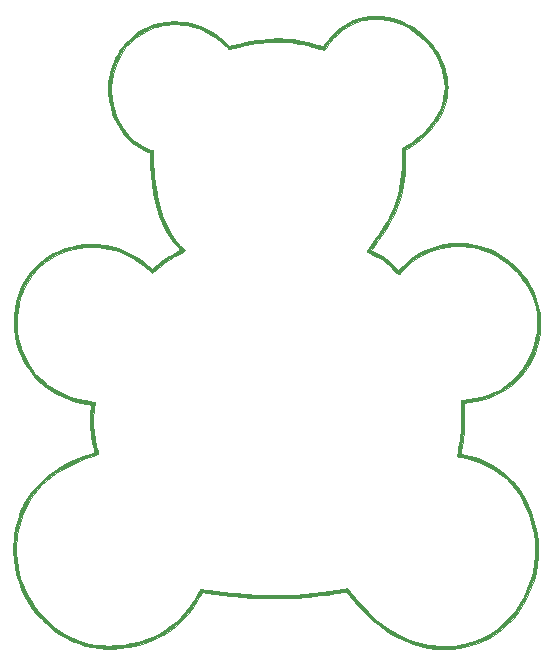
<source format=gbr>
G04 #@! TF.FileFunction,Profile,NP*
%FSLAX46Y46*%
G04 Gerber Fmt 4.6, Leading zero omitted, Abs format (unit mm)*
G04 Created by KiCad (PCBNEW 4.0.7) date 05/04/18 14:02:44*
%MOMM*%
%LPD*%
G01*
G04 APERTURE LIST*
%ADD10C,0.076200*%
%ADD11C,0.010000*%
G04 APERTURE END LIST*
D10*
D11*
G36*
X144753017Y-53593586D02*
X145247175Y-53664348D01*
X145743116Y-53783312D01*
X146238789Y-53950655D01*
X146732146Y-54166554D01*
X146880151Y-54241212D01*
X147319548Y-54493944D01*
X147749920Y-54788442D01*
X148161829Y-55116977D01*
X148545835Y-55471818D01*
X148892498Y-55845236D01*
X149005436Y-55981600D01*
X149321469Y-56410261D01*
X149598625Y-56858000D01*
X149835430Y-57320631D01*
X150030406Y-57793967D01*
X150182080Y-58273824D01*
X150288977Y-58756016D01*
X150349620Y-59236358D01*
X150362536Y-59710665D01*
X150358495Y-59820594D01*
X150308343Y-60332692D01*
X150209099Y-60832304D01*
X150061004Y-61319071D01*
X149864295Y-61792634D01*
X149619214Y-62252637D01*
X149325998Y-62698721D01*
X148984887Y-63130528D01*
X148596122Y-63547701D01*
X148159940Y-63949881D01*
X147676581Y-64336711D01*
X147146286Y-64707832D01*
X147047316Y-64772009D01*
X146794187Y-64934297D01*
X146778156Y-65722098D01*
X146758328Y-66319558D01*
X146722777Y-66881684D01*
X146669750Y-67413443D01*
X146597494Y-67919805D01*
X146504257Y-68405738D01*
X146388284Y-68876212D01*
X146247824Y-69336194D01*
X146081124Y-69790654D01*
X145886431Y-70244559D01*
X145661992Y-70702879D01*
X145406053Y-71170582D01*
X145116863Y-71652638D01*
X144792669Y-72154013D01*
X144431716Y-72679679D01*
X144217766Y-72979733D01*
X143893109Y-73429766D01*
X144165104Y-73573675D01*
X144348178Y-73670749D01*
X144494201Y-73748867D01*
X144611156Y-73812580D01*
X144707024Y-73866440D01*
X144789788Y-73915000D01*
X144867430Y-73962812D01*
X144947933Y-74014429D01*
X145014954Y-74058354D01*
X145150832Y-74156088D01*
X145311876Y-74287085D01*
X145500385Y-74453308D01*
X145718664Y-74656720D01*
X145733678Y-74671028D01*
X146204747Y-75120500D01*
X146578223Y-74751597D01*
X147010772Y-74356495D01*
X147461960Y-74007881D01*
X147933617Y-73704850D01*
X148427575Y-73446495D01*
X148945667Y-73231908D01*
X149489723Y-73060183D01*
X150061576Y-72930413D01*
X150355300Y-72881449D01*
X150521120Y-72862666D01*
X150724434Y-72848690D01*
X150953844Y-72839530D01*
X151197951Y-72835193D01*
X151445355Y-72835687D01*
X151684657Y-72841020D01*
X151904458Y-72851200D01*
X152093360Y-72866235D01*
X152204551Y-72880180D01*
X152805188Y-72997724D01*
X153385414Y-73161619D01*
X153944565Y-73371576D01*
X154481979Y-73627306D01*
X154996996Y-73928520D01*
X155488951Y-74274930D01*
X155600400Y-74362269D01*
X155748645Y-74486949D01*
X155917877Y-74639448D01*
X156096563Y-74808555D01*
X156273171Y-74983061D01*
X156436172Y-75151754D01*
X156574033Y-75303424D01*
X156602397Y-75336400D01*
X156971248Y-75808334D01*
X157293065Y-76299424D01*
X157568005Y-76810012D01*
X157796221Y-77340441D01*
X157977869Y-77891053D01*
X158113103Y-78462192D01*
X158170407Y-78803500D01*
X158183775Y-78932625D01*
X158193526Y-79100852D01*
X158199663Y-79296608D01*
X158202189Y-79508325D01*
X158201107Y-79724431D01*
X158196420Y-79933357D01*
X158188131Y-80123531D01*
X158176244Y-80283384D01*
X158169991Y-80340200D01*
X158069974Y-80944743D01*
X157923989Y-81532286D01*
X157733047Y-82100278D01*
X157498163Y-82646172D01*
X157220348Y-83167417D01*
X156900616Y-83661465D01*
X156790551Y-83812154D01*
X156672146Y-83960419D01*
X156526724Y-84128052D01*
X156364461Y-84304443D01*
X156195534Y-84478987D01*
X156030120Y-84641077D01*
X155878396Y-84780105D01*
X155791428Y-84853494D01*
X155336214Y-85187783D01*
X154851309Y-85481465D01*
X154338455Y-85733840D01*
X153799392Y-85944207D01*
X153235862Y-86111868D01*
X152649607Y-86236121D01*
X152189053Y-86301190D01*
X151797780Y-86344967D01*
X151782465Y-87451033D01*
X151776063Y-87830715D01*
X151767595Y-88167110D01*
X151756396Y-88467711D01*
X151741799Y-88740012D01*
X151723138Y-88991507D01*
X151699748Y-89229688D01*
X151670961Y-89462050D01*
X151636111Y-89696086D01*
X151594533Y-89939290D01*
X151545561Y-90199154D01*
X151532080Y-90267624D01*
X151506928Y-90402281D01*
X151488010Y-90519282D01*
X151476543Y-90609673D01*
X151473742Y-90664501D01*
X151476544Y-90676455D01*
X151509756Y-90689614D01*
X151580418Y-90708802D01*
X151676034Y-90730782D01*
X151726900Y-90741328D01*
X152321780Y-90883452D01*
X152904049Y-91068190D01*
X153468132Y-91293056D01*
X154008456Y-91555568D01*
X154519449Y-91853242D01*
X154995536Y-92183593D01*
X155040929Y-92218268D01*
X155208417Y-92354901D01*
X155394210Y-92519283D01*
X155587535Y-92700885D01*
X155777621Y-92889177D01*
X155953698Y-93073630D01*
X156104993Y-93243715D01*
X156167599Y-93319600D01*
X156474201Y-93733355D01*
X156761792Y-94179924D01*
X157019802Y-94642030D01*
X157185444Y-94983769D01*
X157427070Y-95570585D01*
X157629930Y-96173987D01*
X157792849Y-96787815D01*
X157914647Y-97405903D01*
X157994148Y-98022091D01*
X158030173Y-98630214D01*
X158021545Y-99224111D01*
X158015317Y-99326700D01*
X157945241Y-100006449D01*
X157828838Y-100669952D01*
X157666933Y-101315349D01*
X157460347Y-101940784D01*
X157209905Y-102544398D01*
X156916429Y-103124336D01*
X156580742Y-103678738D01*
X156203667Y-104205747D01*
X155786028Y-104703506D01*
X155499591Y-105004106D01*
X155038695Y-105430156D01*
X154553768Y-105811464D01*
X154045147Y-106147860D01*
X153513169Y-106439176D01*
X152958172Y-106685242D01*
X152380491Y-106885891D01*
X151780465Y-107040952D01*
X151237311Y-107139112D01*
X151112947Y-107153687D01*
X150951414Y-107167236D01*
X150762733Y-107179407D01*
X150556924Y-107189849D01*
X150344009Y-107198209D01*
X150134008Y-107204136D01*
X149936943Y-107207278D01*
X149762835Y-107207284D01*
X149621703Y-107203802D01*
X149542500Y-107198590D01*
X149321176Y-107176606D01*
X149141049Y-107157804D01*
X148992698Y-107141041D01*
X148866703Y-107125173D01*
X148753645Y-107109057D01*
X148644104Y-107091550D01*
X148602700Y-107084511D01*
X147997430Y-106956390D01*
X147401486Y-106782000D01*
X146814248Y-106560922D01*
X146235097Y-106292740D01*
X145663412Y-105977034D01*
X145098574Y-105613387D01*
X144539965Y-105201380D01*
X143986963Y-104740596D01*
X143438950Y-104230617D01*
X142895305Y-103671024D01*
X142355410Y-103061400D01*
X141998635Y-102628700D01*
X141902268Y-102511151D01*
X141830461Y-102430182D01*
X141778316Y-102380982D01*
X141740936Y-102358744D01*
X141721476Y-102356566D01*
X141685573Y-102361634D01*
X141604935Y-102373103D01*
X141485115Y-102390182D01*
X141331667Y-102412078D01*
X141150144Y-102437999D01*
X140946099Y-102467150D01*
X140725085Y-102498741D01*
X140614400Y-102514568D01*
X140049651Y-102593606D01*
X139528318Y-102662713D01*
X139044096Y-102722367D01*
X138590679Y-102773047D01*
X138161759Y-102815230D01*
X137751033Y-102849396D01*
X137352193Y-102876021D01*
X136958934Y-102895585D01*
X136564950Y-102908566D01*
X136163936Y-102915441D01*
X135749584Y-102916690D01*
X135356600Y-102913353D01*
X134961998Y-102906588D01*
X134593315Y-102896770D01*
X134241035Y-102883280D01*
X133895647Y-102865497D01*
X133547636Y-102842802D01*
X133187490Y-102814573D01*
X132805696Y-102780191D01*
X132392740Y-102739035D01*
X131940300Y-102690616D01*
X131757769Y-102670075D01*
X131551923Y-102646093D01*
X131329308Y-102619503D01*
X131096470Y-102591136D01*
X130859957Y-102561826D01*
X130626313Y-102532406D01*
X130402087Y-102503709D01*
X130193825Y-102476567D01*
X130008073Y-102451813D01*
X129851377Y-102430279D01*
X129730284Y-102412799D01*
X129651341Y-102400206D01*
X129638182Y-102397767D01*
X129607306Y-102395091D01*
X129580417Y-102405656D01*
X129551285Y-102436804D01*
X129513681Y-102495877D01*
X129461378Y-102590217D01*
X129438045Y-102633675D01*
X129096049Y-103225969D01*
X128726349Y-103775855D01*
X128328533Y-104283770D01*
X127902189Y-104750153D01*
X127446907Y-105175440D01*
X126962275Y-105560068D01*
X126447881Y-105904476D01*
X126254656Y-106019091D01*
X125709927Y-106303717D01*
X125136995Y-106548373D01*
X124535017Y-106753291D01*
X123903147Y-106918705D01*
X123240542Y-107044847D01*
X122546355Y-107131951D01*
X122093686Y-107166812D01*
X121473289Y-107178549D01*
X120859288Y-107140296D01*
X120253554Y-107052658D01*
X119657954Y-106916244D01*
X119074358Y-106731660D01*
X118504635Y-106499513D01*
X117950654Y-106220409D01*
X117414283Y-105894957D01*
X116897392Y-105523763D01*
X116801560Y-105448131D01*
X116617075Y-105292876D01*
X116413250Y-105108523D01*
X116201580Y-104906348D01*
X115993559Y-104697624D01*
X115800682Y-104493627D01*
X115634442Y-104305632D01*
X115623222Y-104292317D01*
X115221794Y-103775963D01*
X114862037Y-103234276D01*
X114544920Y-102670236D01*
X114271416Y-102086822D01*
X114042495Y-101487013D01*
X113859128Y-100873788D01*
X113722286Y-100250128D01*
X113632940Y-99619010D01*
X113594188Y-99016458D01*
X113846388Y-99016458D01*
X113889081Y-99629969D01*
X113977756Y-100236037D01*
X114110912Y-100832112D01*
X114287050Y-101415647D01*
X114504669Y-101984092D01*
X114762270Y-102534900D01*
X115058353Y-103065520D01*
X115391417Y-103573405D01*
X115759964Y-104056005D01*
X116162493Y-104510773D01*
X116597504Y-104935159D01*
X117063497Y-105326615D01*
X117558973Y-105682591D01*
X118082432Y-106000541D01*
X118632373Y-106277913D01*
X118999118Y-106433582D01*
X119512569Y-106614416D01*
X120028120Y-106751839D01*
X120554026Y-106847382D01*
X121098541Y-106902577D01*
X121615200Y-106919029D01*
X122287427Y-106898080D01*
X122948051Y-106833576D01*
X123593757Y-106726412D01*
X124221227Y-106577480D01*
X124827145Y-106387673D01*
X125408196Y-106157884D01*
X125961063Y-105889006D01*
X126410655Y-105627695D01*
X126903694Y-105287636D01*
X127370946Y-104904877D01*
X127810529Y-104481544D01*
X128220557Y-104019763D01*
X128599147Y-103521659D01*
X128944414Y-102989359D01*
X129254475Y-102424988D01*
X129261386Y-102411230D01*
X129323695Y-102288030D01*
X129368826Y-102203638D01*
X129401958Y-102151244D01*
X129428268Y-102124038D01*
X129452932Y-102115211D01*
X129481129Y-102117954D01*
X129483937Y-102118519D01*
X129539189Y-102127916D01*
X129637842Y-102142702D01*
X129772892Y-102161944D01*
X129937335Y-102184711D01*
X130124168Y-102210070D01*
X130326385Y-102237087D01*
X130536984Y-102264830D01*
X130748961Y-102292366D01*
X130955310Y-102318764D01*
X131149029Y-102343089D01*
X131323114Y-102364410D01*
X131394200Y-102372896D01*
X131977375Y-102439436D01*
X132520718Y-102496321D01*
X133034096Y-102544419D01*
X133527375Y-102584598D01*
X134010421Y-102617728D01*
X134467600Y-102643400D01*
X134653064Y-102650678D01*
X134876347Y-102656053D01*
X135129540Y-102659594D01*
X135404733Y-102661368D01*
X135694019Y-102661441D01*
X135989490Y-102659882D01*
X136283237Y-102656757D01*
X136567352Y-102652133D01*
X136833926Y-102646078D01*
X137075051Y-102638658D01*
X137282818Y-102629942D01*
X137449320Y-102619996D01*
X137477500Y-102617823D01*
X138198385Y-102553303D01*
X138947243Y-102474706D01*
X139703967Y-102384357D01*
X140448451Y-102284583D01*
X140797689Y-102233707D01*
X140977718Y-102206838D01*
X141163039Y-102179336D01*
X141339499Y-102153289D01*
X141492946Y-102130787D01*
X141601951Y-102114966D01*
X141891003Y-102073374D01*
X141943103Y-102144895D01*
X142003781Y-102225123D01*
X142090025Y-102335017D01*
X142194481Y-102465554D01*
X142309799Y-102607707D01*
X142428625Y-102752454D01*
X142543607Y-102890767D01*
X142647393Y-103013624D01*
X142709711Y-103085900D01*
X143248925Y-103676727D01*
X143791486Y-104217174D01*
X144337891Y-104707580D01*
X144888640Y-105148286D01*
X145444229Y-105539631D01*
X146005157Y-105881954D01*
X146571922Y-106175597D01*
X147145021Y-106420898D01*
X147724953Y-106618197D01*
X147996869Y-106693630D01*
X148357754Y-106778070D01*
X148727445Y-106846736D01*
X149119865Y-106901903D01*
X149529800Y-106944179D01*
X149630044Y-106949287D01*
X149770952Y-106951374D01*
X149942496Y-106950741D01*
X150134646Y-106947684D01*
X150337376Y-106942505D01*
X150540657Y-106935502D01*
X150734461Y-106926973D01*
X150908760Y-106917219D01*
X151053526Y-106906539D01*
X151155400Y-106895692D01*
X151752605Y-106788863D01*
X152332501Y-106634983D01*
X152893382Y-106435344D01*
X153433540Y-106191239D01*
X153951270Y-105903962D01*
X154444866Y-105574804D01*
X154912621Y-105205060D01*
X155352828Y-104796022D01*
X155763783Y-104348983D01*
X156143777Y-103865235D01*
X156491105Y-103346073D01*
X156804061Y-102792787D01*
X156944631Y-102509010D01*
X157204756Y-101900693D01*
X157416478Y-101278482D01*
X157579499Y-100644814D01*
X157693519Y-100002124D01*
X157758240Y-99352850D01*
X157773362Y-98699427D01*
X157738588Y-98044292D01*
X157653617Y-97389880D01*
X157604991Y-97126283D01*
X157452930Y-96477739D01*
X157262941Y-95859032D01*
X157035720Y-95271243D01*
X156771967Y-94715452D01*
X156472381Y-94192741D01*
X156137660Y-93704188D01*
X155768503Y-93250874D01*
X155365609Y-92833881D01*
X154929676Y-92454287D01*
X154461404Y-92113173D01*
X154292300Y-92004505D01*
X153868643Y-91763820D01*
X153406962Y-91543242D01*
X152917354Y-91346597D01*
X152409915Y-91177709D01*
X151894740Y-91040402D01*
X151561800Y-90970143D01*
X151429583Y-90945052D01*
X151314217Y-90922841D01*
X151225370Y-90905396D01*
X151172709Y-90894602D01*
X151163683Y-90892499D01*
X151149365Y-90873853D01*
X151151414Y-90824519D01*
X151169982Y-90736689D01*
X151206475Y-90578200D01*
X151247041Y-90386459D01*
X151289086Y-90175216D01*
X151330018Y-89958217D01*
X151367246Y-89749214D01*
X151398176Y-89561955D01*
X151420217Y-89410188D01*
X151420499Y-89408000D01*
X151441415Y-89240216D01*
X151459122Y-89084475D01*
X151473963Y-88934141D01*
X151486282Y-88782573D01*
X151496420Y-88623135D01*
X151504723Y-88449188D01*
X151511531Y-88254095D01*
X151517190Y-88031216D01*
X151522041Y-87773914D01*
X151526429Y-87475551D01*
X151528416Y-87320241D01*
X151543381Y-86108783D01*
X151673240Y-86096046D01*
X151753232Y-86088244D01*
X151866771Y-86077225D01*
X151996838Y-86064640D01*
X152091614Y-86055492D01*
X152674861Y-85976104D01*
X153237528Y-85852906D01*
X153777720Y-85686858D01*
X154293541Y-85478916D01*
X154783093Y-85230038D01*
X155244480Y-84941180D01*
X155675807Y-84613302D01*
X156075177Y-84247359D01*
X156418683Y-83870800D01*
X156738812Y-83449767D01*
X157026233Y-82994179D01*
X157278943Y-82509949D01*
X157494939Y-82002991D01*
X157672218Y-81479220D01*
X157808777Y-80944551D01*
X157902613Y-80404896D01*
X157951723Y-79866172D01*
X157954210Y-79336900D01*
X157906942Y-78795539D01*
X157810039Y-78259341D01*
X157664613Y-77731215D01*
X157471779Y-77214070D01*
X157232650Y-76710815D01*
X156948341Y-76224359D01*
X156619966Y-75757612D01*
X156548875Y-75666600D01*
X156444902Y-75543144D01*
X156311904Y-75396366D01*
X156159089Y-75235488D01*
X155995663Y-75069729D01*
X155830834Y-74908312D01*
X155673808Y-74760456D01*
X155533794Y-74635383D01*
X155448000Y-74564070D01*
X155003690Y-74239337D01*
X154532761Y-73948022D01*
X154044103Y-73694917D01*
X153546608Y-73484811D01*
X153260638Y-73385536D01*
X152865702Y-73271163D01*
X152484548Y-73186340D01*
X152099546Y-73128056D01*
X151693066Y-73093298D01*
X151498300Y-73084526D01*
X150915540Y-73089008D01*
X150346112Y-73142280D01*
X149791202Y-73243930D01*
X149251997Y-73393543D01*
X148729686Y-73590704D01*
X148225454Y-73835000D01*
X147740489Y-74126017D01*
X147275979Y-74463340D01*
X147078156Y-74626517D01*
X146972848Y-74720286D01*
X146852502Y-74833218D01*
X146725445Y-74956905D01*
X146600000Y-75082939D01*
X146484493Y-75202912D01*
X146387250Y-75308416D01*
X146316596Y-75391042D01*
X146300457Y-75411959D01*
X146257313Y-75462020D01*
X146223074Y-75487844D01*
X146218398Y-75488800D01*
X146194600Y-75471591D01*
X146139545Y-75422915D01*
X146057925Y-75347201D01*
X145954432Y-75248873D01*
X145833759Y-75132359D01*
X145700597Y-75002086D01*
X145658025Y-74960104D01*
X145477667Y-74783416D01*
X145321245Y-74634820D01*
X145180660Y-74508465D01*
X145047809Y-74398499D01*
X144914591Y-74299072D01*
X144772906Y-74204333D01*
X144614651Y-74108431D01*
X144431725Y-74005516D01*
X144216028Y-73889735D01*
X144068800Y-73812333D01*
X143916993Y-73732836D01*
X143780961Y-73661486D01*
X143666907Y-73601544D01*
X143581029Y-73556274D01*
X143529529Y-73528935D01*
X143517223Y-73522191D01*
X143530014Y-73501385D01*
X143568868Y-73445188D01*
X143629812Y-73359177D01*
X143708873Y-73248930D01*
X143802077Y-73120024D01*
X143881349Y-73011056D01*
X144227702Y-72528110D01*
X144539363Y-72076005D01*
X144818608Y-71650737D01*
X145067713Y-71248303D01*
X145288954Y-70864701D01*
X145484605Y-70495926D01*
X145656942Y-70137975D01*
X145808240Y-69786845D01*
X145940775Y-69438533D01*
X145985915Y-69308380D01*
X146142512Y-68791522D01*
X146272126Y-68246521D01*
X146375164Y-67670437D01*
X146452030Y-67060328D01*
X146503134Y-66413255D01*
X146528879Y-65726276D01*
X146532380Y-65354200D01*
X146532651Y-64782700D01*
X146660089Y-64711124D01*
X146773266Y-64643774D01*
X146915859Y-64553185D01*
X147076821Y-64446834D01*
X147245106Y-64332197D01*
X147409667Y-64216751D01*
X147559458Y-64107973D01*
X147632830Y-64052712D01*
X148088708Y-63677634D01*
X148500525Y-63284938D01*
X148867447Y-62875847D01*
X149188637Y-62451586D01*
X149463261Y-62013378D01*
X149690485Y-61562448D01*
X149869473Y-61100018D01*
X149999390Y-60627314D01*
X150012884Y-60563944D01*
X150084601Y-60091300D01*
X150107374Y-59614832D01*
X150082616Y-59137409D01*
X150011740Y-58661895D01*
X149896160Y-58191159D01*
X149737289Y-57728066D01*
X149536540Y-57275485D01*
X149295326Y-56836281D01*
X149015061Y-56413322D01*
X148697158Y-56009474D01*
X148343031Y-55627605D01*
X147954092Y-55270581D01*
X147531755Y-54941269D01*
X147100735Y-54656610D01*
X146641082Y-54403843D01*
X146170973Y-54196050D01*
X145693605Y-54033795D01*
X145212173Y-53917641D01*
X144729876Y-53848150D01*
X144249908Y-53825886D01*
X143775468Y-53851413D01*
X143309752Y-53925293D01*
X143154400Y-53961417D01*
X142703021Y-54101162D01*
X142265781Y-54288958D01*
X141844218Y-54523645D01*
X141439871Y-54804060D01*
X141054279Y-55129042D01*
X140688980Y-55497430D01*
X140345514Y-55908063D01*
X140073922Y-56286400D01*
X140016709Y-56371621D01*
X139970912Y-56439423D01*
X139943333Y-56479756D01*
X139938598Y-56486364D01*
X139913075Y-56482363D01*
X139845490Y-56466081D01*
X139742599Y-56439304D01*
X139611153Y-56403815D01*
X139457906Y-56361401D01*
X139339168Y-56327946D01*
X138899803Y-56206393D01*
X138499242Y-56102433D01*
X138129332Y-56014289D01*
X137781917Y-55940178D01*
X137448843Y-55878322D01*
X137121953Y-55826939D01*
X136918700Y-55799546D01*
X136776162Y-55786347D01*
X136593246Y-55776812D01*
X136380235Y-55770869D01*
X136147414Y-55768448D01*
X135905066Y-55769477D01*
X135663476Y-55773885D01*
X135432927Y-55781600D01*
X135223704Y-55792551D01*
X135046090Y-55806667D01*
X134988300Y-55812933D01*
X134593658Y-55864974D01*
X134160702Y-55931208D01*
X133699344Y-56009859D01*
X133219493Y-56099151D01*
X132731063Y-56197309D01*
X132243962Y-56302556D01*
X132198884Y-56312686D01*
X132072931Y-56340523D01*
X131963248Y-56363715D01*
X131880160Y-56380153D01*
X131833992Y-56387731D01*
X131829836Y-56388000D01*
X131800050Y-56371199D01*
X131741380Y-56324928D01*
X131661114Y-56255386D01*
X131566540Y-56168771D01*
X131518619Y-56123349D01*
X131092218Y-55742051D01*
X130654257Y-55403637D01*
X130207248Y-55109560D01*
X129753697Y-54861273D01*
X129296116Y-54660231D01*
X128837014Y-54507885D01*
X128644987Y-54458921D01*
X128270436Y-54388553D01*
X127865270Y-54342166D01*
X127443597Y-54319972D01*
X127019522Y-54322180D01*
X126607152Y-54349001D01*
X126220594Y-54400646D01*
X126111319Y-54421102D01*
X125629828Y-54543528D01*
X125164674Y-54712647D01*
X124718631Y-54926196D01*
X124294472Y-55181913D01*
X123894969Y-55477534D01*
X123522896Y-55810798D01*
X123181027Y-56179441D01*
X122872134Y-56581201D01*
X122598991Y-57013815D01*
X122364371Y-57475020D01*
X122362034Y-57480200D01*
X122165675Y-57976240D01*
X122019179Y-58481477D01*
X121922563Y-58995314D01*
X121875842Y-59517155D01*
X121879034Y-60046405D01*
X121932155Y-60582466D01*
X122035219Y-61124742D01*
X122188245Y-61672638D01*
X122243299Y-61836300D01*
X122312096Y-62016787D01*
X122399562Y-62221385D01*
X122499023Y-62436277D01*
X122603809Y-62647646D01*
X122707245Y-62841676D01*
X122802659Y-63004550D01*
X122822701Y-63036047D01*
X123104681Y-63427727D01*
X123418850Y-63784531D01*
X123762112Y-64104018D01*
X124131368Y-64383745D01*
X124523522Y-64621270D01*
X124935476Y-64814150D01*
X125199666Y-64910307D01*
X125418632Y-64981531D01*
X125434435Y-65148815D01*
X125440030Y-65234211D01*
X125444786Y-65356548D01*
X125448315Y-65501968D01*
X125450230Y-65656615D01*
X125450461Y-65722500D01*
X125459536Y-66188730D01*
X125485293Y-66685004D01*
X125526265Y-67196443D01*
X125580984Y-67708170D01*
X125647981Y-68205308D01*
X125725790Y-68672978D01*
X125758100Y-68840933D01*
X125906315Y-69492333D01*
X126082073Y-70103365D01*
X126286576Y-70677099D01*
X126521028Y-71216605D01*
X126786630Y-71724953D01*
X127063752Y-72174100D01*
X127234783Y-72423798D01*
X127395949Y-72642581D01*
X127559149Y-72845436D01*
X127736281Y-73047348D01*
X127876240Y-73197526D01*
X127972540Y-73299217D01*
X128037901Y-73370633D01*
X128076438Y-73418267D01*
X128092266Y-73448609D01*
X128089501Y-73468151D01*
X128072259Y-73483386D01*
X128061698Y-73490056D01*
X127954839Y-73554670D01*
X127814522Y-73637469D01*
X127651754Y-73732070D01*
X127477541Y-73832092D01*
X127302890Y-73931152D01*
X127241300Y-73965757D01*
X127029752Y-74087106D01*
X126833968Y-74206083D01*
X126646639Y-74327999D01*
X126460456Y-74458165D01*
X126268111Y-74601892D01*
X126062294Y-74764492D01*
X125835698Y-74951275D01*
X125581013Y-75167553D01*
X125545607Y-75197986D01*
X125348515Y-75367592D01*
X125155454Y-75193246D01*
X124673278Y-74783163D01*
X124188670Y-74422385D01*
X123698660Y-74109419D01*
X123200280Y-73842771D01*
X122690559Y-73620948D01*
X122166528Y-73442459D01*
X121625218Y-73305809D01*
X121270012Y-73239890D01*
X120759610Y-73181245D01*
X120230870Y-73165152D01*
X119691725Y-73190688D01*
X119150110Y-73256929D01*
X118613961Y-73362948D01*
X118091211Y-73507822D01*
X117665500Y-73659963D01*
X117183364Y-73878440D01*
X116726500Y-74139327D01*
X116296762Y-74439953D01*
X115896005Y-74777646D01*
X115526082Y-75149736D01*
X115188848Y-75553553D01*
X114886156Y-75986425D01*
X114619862Y-76445681D01*
X114391819Y-76928650D01*
X114203881Y-77432662D01*
X114057903Y-77955047D01*
X113955738Y-78493132D01*
X113899242Y-79044247D01*
X113896757Y-79088701D01*
X113889559Y-79688415D01*
X113931654Y-80276010D01*
X114023203Y-80852283D01*
X114164369Y-81418030D01*
X114355311Y-81974046D01*
X114591681Y-82511900D01*
X114856119Y-83005153D01*
X115149557Y-83458814D01*
X115475605Y-83877290D01*
X115837877Y-84264991D01*
X116239984Y-84626326D01*
X116478067Y-84814389D01*
X116922721Y-85120284D01*
X117405133Y-85395168D01*
X117921803Y-85637666D01*
X118469231Y-85846402D01*
X119043917Y-86020004D01*
X119642361Y-86157095D01*
X120091200Y-86233181D01*
X120223612Y-86252715D01*
X120338770Y-86270298D01*
X120426984Y-86284404D01*
X120478564Y-86293508D01*
X120486869Y-86295440D01*
X120495692Y-86322961D01*
X120491497Y-86396457D01*
X120474175Y-86517088D01*
X120456462Y-86617871D01*
X120394088Y-87032562D01*
X120358392Y-87460050D01*
X120348488Y-87913214D01*
X120352372Y-88134594D01*
X120394579Y-88786387D01*
X120483471Y-89420669D01*
X120619657Y-90041316D01*
X120692245Y-90302720D01*
X120727469Y-90424946D01*
X120756917Y-90532688D01*
X120777679Y-90614902D01*
X120786847Y-90660545D01*
X120787004Y-90662477D01*
X120781160Y-90681575D01*
X120757584Y-90702185D01*
X120710447Y-90726862D01*
X120633920Y-90758162D01*
X120522174Y-90798640D01*
X120369379Y-90850850D01*
X120317766Y-90868147D01*
X119751932Y-91069794D01*
X119196275Y-91292473D01*
X118657788Y-91532759D01*
X118143463Y-91787226D01*
X117660292Y-92052449D01*
X117215268Y-92325002D01*
X116888409Y-92548181D01*
X116410387Y-92919055D01*
X115975465Y-93312848D01*
X115582828Y-93730988D01*
X115231663Y-94174901D01*
X114921154Y-94646016D01*
X114650487Y-95145761D01*
X114418848Y-95675562D01*
X114225423Y-96236847D01*
X114069396Y-96831043D01*
X113949954Y-97459579D01*
X113904944Y-97777300D01*
X113851176Y-98398052D01*
X113846388Y-99016458D01*
X113594188Y-99016458D01*
X113592062Y-98983415D01*
X113600621Y-98346323D01*
X113614939Y-98130238D01*
X113675393Y-97581506D01*
X113768123Y-97031349D01*
X113890424Y-96491776D01*
X114039594Y-95974795D01*
X114203265Y-95516700D01*
X114289316Y-95315229D01*
X114396885Y-95088110D01*
X114517842Y-94850942D01*
X114644053Y-94619324D01*
X114767385Y-94408855D01*
X114843243Y-94289131D01*
X115180703Y-93822297D01*
X115562448Y-93378349D01*
X115988780Y-92957034D01*
X116459999Y-92558096D01*
X116976406Y-92181281D01*
X117538303Y-91826335D01*
X118145990Y-91493001D01*
X118148100Y-91491922D01*
X118513745Y-91313392D01*
X118912462Y-91133696D01*
X119327199Y-90959912D01*
X119740899Y-90799116D01*
X120136510Y-90658384D01*
X120237822Y-90624806D01*
X120356589Y-90584458D01*
X120432883Y-90553821D01*
X120473321Y-90529549D01*
X120484523Y-90508294D01*
X120482766Y-90500960D01*
X120471194Y-90463718D01*
X120449863Y-90386763D01*
X120421341Y-90279663D01*
X120388196Y-90151988D01*
X120370102Y-90081100D01*
X120275412Y-89665026D01*
X120196353Y-89230075D01*
X120137114Y-88800861D01*
X120115046Y-88582500D01*
X120102416Y-88376371D01*
X120096406Y-88137432D01*
X120096654Y-87878672D01*
X120102803Y-87613077D01*
X120114491Y-87353637D01*
X120131360Y-87113340D01*
X120153048Y-86905174D01*
X120163593Y-86829900D01*
X120181284Y-86712111D01*
X120195070Y-86614329D01*
X120203616Y-86546476D01*
X120205586Y-86518476D01*
X120205509Y-86518325D01*
X120179993Y-86511913D01*
X120113989Y-86499292D01*
X120017182Y-86482219D01*
X119899254Y-86462454D01*
X119885458Y-86460199D01*
X119240044Y-86332931D01*
X118624538Y-86166837D01*
X118039838Y-85962626D01*
X117486838Y-85721006D01*
X116966434Y-85442686D01*
X116479522Y-85128375D01*
X116026999Y-84778782D01*
X115609759Y-84394615D01*
X115228698Y-83976584D01*
X114884713Y-83525396D01*
X114578699Y-83041761D01*
X114311551Y-82526387D01*
X114084166Y-81979983D01*
X114029647Y-81827056D01*
X113858110Y-81255120D01*
X113734697Y-80678139D01*
X113659117Y-80099027D01*
X113631076Y-79520697D01*
X113650281Y-78946060D01*
X113716441Y-78378029D01*
X113829261Y-77819517D01*
X113988449Y-77273437D01*
X114193712Y-76742700D01*
X114444758Y-76230220D01*
X114623213Y-75923020D01*
X114921864Y-75484426D01*
X115260831Y-75067536D01*
X115633787Y-74678847D01*
X116034406Y-74324853D01*
X116456361Y-74012052D01*
X116535200Y-73959904D01*
X116983624Y-73697702D01*
X117463764Y-73471136D01*
X117970054Y-73281334D01*
X118496929Y-73129424D01*
X119038823Y-73016535D01*
X119590169Y-72943795D01*
X120145404Y-72912331D01*
X120698961Y-72923274D01*
X121245274Y-72977750D01*
X121323100Y-72989259D01*
X121880628Y-73100464D01*
X122434262Y-73260891D01*
X122980793Y-73468966D01*
X123517011Y-73723115D01*
X124039705Y-74021763D01*
X124545666Y-74363338D01*
X125031684Y-74746264D01*
X125193327Y-74886948D01*
X125355155Y-75031374D01*
X125523527Y-74883978D01*
X125799616Y-74647563D01*
X126053300Y-74442353D01*
X126294999Y-74260782D01*
X126535135Y-74095283D01*
X126784126Y-73938289D01*
X127000000Y-73811855D01*
X127139160Y-73732581D01*
X127277781Y-73653420D01*
X127403369Y-73581518D01*
X127503430Y-73524026D01*
X127539520Y-73503185D01*
X127710741Y-73404026D01*
X127504162Y-73170063D01*
X127129551Y-72710851D01*
X126788971Y-72219956D01*
X126482167Y-71696582D01*
X126208887Y-71139931D01*
X125968875Y-70549207D01*
X125761878Y-69923612D01*
X125587643Y-69262350D01*
X125445915Y-68564624D01*
X125336441Y-67829637D01*
X125258966Y-67056592D01*
X125213238Y-66244692D01*
X125204683Y-65951100D01*
X125199999Y-65767394D01*
X125194612Y-65598766D01*
X125188838Y-65452371D01*
X125182993Y-65335363D01*
X125177391Y-65254898D01*
X125172388Y-65218237D01*
X125138038Y-65183398D01*
X125059386Y-65139208D01*
X124941456Y-65088461D01*
X124933459Y-65085354D01*
X124483455Y-64884969D01*
X124062738Y-64643503D01*
X123671956Y-64361834D01*
X123311758Y-64040839D01*
X122982792Y-63681395D01*
X122685706Y-63284381D01*
X122421148Y-62850672D01*
X122189768Y-62381147D01*
X121992214Y-61876683D01*
X121829133Y-61338158D01*
X121701174Y-60766448D01*
X121687789Y-60693300D01*
X121661010Y-60501083D01*
X121641431Y-60272738D01*
X121629153Y-60021039D01*
X121624274Y-59758763D01*
X121626895Y-59498685D01*
X121637115Y-59253582D01*
X121655035Y-59036230D01*
X121673756Y-58898110D01*
X121758752Y-58470540D01*
X121866990Y-58071473D01*
X122004171Y-57683201D01*
X122175991Y-57288015D01*
X122224030Y-57188100D01*
X122436634Y-56790328D01*
X122671856Y-56423785D01*
X122938434Y-56076211D01*
X123245105Y-55735349D01*
X123298876Y-55680210D01*
X123689397Y-55318424D01*
X124103631Y-55001540D01*
X124541164Y-54729767D01*
X125001585Y-54503312D01*
X125484481Y-54322384D01*
X125989441Y-54187191D01*
X126404369Y-54112764D01*
X126592009Y-54092414D01*
X126816935Y-54078229D01*
X127066011Y-54070216D01*
X127326096Y-54068384D01*
X127584054Y-54072743D01*
X127826744Y-54083301D01*
X128041029Y-54100067D01*
X128139602Y-54111609D01*
X128654688Y-54204562D01*
X129153900Y-54342369D01*
X129639022Y-54525934D01*
X130111837Y-54756160D01*
X130574126Y-55033951D01*
X131027674Y-55360210D01*
X131474262Y-55735842D01*
X131631656Y-55881418D01*
X131881812Y-56118313D01*
X132088856Y-56073865D01*
X132679001Y-55949759D01*
X133225278Y-55840901D01*
X133732280Y-55747304D01*
X134204600Y-55668978D01*
X134646831Y-55605934D01*
X135063566Y-55558183D01*
X135459398Y-55525736D01*
X135838919Y-55508603D01*
X136206722Y-55506796D01*
X136567400Y-55520325D01*
X136925546Y-55549201D01*
X137285753Y-55593436D01*
X137652614Y-55653039D01*
X138030721Y-55728022D01*
X138424668Y-55818396D01*
X138839047Y-55924172D01*
X139278450Y-56045360D01*
X139438446Y-56091257D01*
X139824593Y-56202991D01*
X139911203Y-56073245D01*
X140106443Y-55802048D01*
X140334558Y-55521015D01*
X140583337Y-55243717D01*
X140840569Y-54983724D01*
X141094042Y-54754605D01*
X141109700Y-54741437D01*
X141515860Y-54432979D01*
X141940191Y-54171303D01*
X142380642Y-53956584D01*
X142835166Y-53789002D01*
X143301714Y-53668734D01*
X143778238Y-53595957D01*
X144262688Y-53570848D01*
X144753017Y-53593586D01*
X144753017Y-53593586D01*
G37*
X144753017Y-53593586D02*
X145247175Y-53664348D01*
X145743116Y-53783312D01*
X146238789Y-53950655D01*
X146732146Y-54166554D01*
X146880151Y-54241212D01*
X147319548Y-54493944D01*
X147749920Y-54788442D01*
X148161829Y-55116977D01*
X148545835Y-55471818D01*
X148892498Y-55845236D01*
X149005436Y-55981600D01*
X149321469Y-56410261D01*
X149598625Y-56858000D01*
X149835430Y-57320631D01*
X150030406Y-57793967D01*
X150182080Y-58273824D01*
X150288977Y-58756016D01*
X150349620Y-59236358D01*
X150362536Y-59710665D01*
X150358495Y-59820594D01*
X150308343Y-60332692D01*
X150209099Y-60832304D01*
X150061004Y-61319071D01*
X149864295Y-61792634D01*
X149619214Y-62252637D01*
X149325998Y-62698721D01*
X148984887Y-63130528D01*
X148596122Y-63547701D01*
X148159940Y-63949881D01*
X147676581Y-64336711D01*
X147146286Y-64707832D01*
X147047316Y-64772009D01*
X146794187Y-64934297D01*
X146778156Y-65722098D01*
X146758328Y-66319558D01*
X146722777Y-66881684D01*
X146669750Y-67413443D01*
X146597494Y-67919805D01*
X146504257Y-68405738D01*
X146388284Y-68876212D01*
X146247824Y-69336194D01*
X146081124Y-69790654D01*
X145886431Y-70244559D01*
X145661992Y-70702879D01*
X145406053Y-71170582D01*
X145116863Y-71652638D01*
X144792669Y-72154013D01*
X144431716Y-72679679D01*
X144217766Y-72979733D01*
X143893109Y-73429766D01*
X144165104Y-73573675D01*
X144348178Y-73670749D01*
X144494201Y-73748867D01*
X144611156Y-73812580D01*
X144707024Y-73866440D01*
X144789788Y-73915000D01*
X144867430Y-73962812D01*
X144947933Y-74014429D01*
X145014954Y-74058354D01*
X145150832Y-74156088D01*
X145311876Y-74287085D01*
X145500385Y-74453308D01*
X145718664Y-74656720D01*
X145733678Y-74671028D01*
X146204747Y-75120500D01*
X146578223Y-74751597D01*
X147010772Y-74356495D01*
X147461960Y-74007881D01*
X147933617Y-73704850D01*
X148427575Y-73446495D01*
X148945667Y-73231908D01*
X149489723Y-73060183D01*
X150061576Y-72930413D01*
X150355300Y-72881449D01*
X150521120Y-72862666D01*
X150724434Y-72848690D01*
X150953844Y-72839530D01*
X151197951Y-72835193D01*
X151445355Y-72835687D01*
X151684657Y-72841020D01*
X151904458Y-72851200D01*
X152093360Y-72866235D01*
X152204551Y-72880180D01*
X152805188Y-72997724D01*
X153385414Y-73161619D01*
X153944565Y-73371576D01*
X154481979Y-73627306D01*
X154996996Y-73928520D01*
X155488951Y-74274930D01*
X155600400Y-74362269D01*
X155748645Y-74486949D01*
X155917877Y-74639448D01*
X156096563Y-74808555D01*
X156273171Y-74983061D01*
X156436172Y-75151754D01*
X156574033Y-75303424D01*
X156602397Y-75336400D01*
X156971248Y-75808334D01*
X157293065Y-76299424D01*
X157568005Y-76810012D01*
X157796221Y-77340441D01*
X157977869Y-77891053D01*
X158113103Y-78462192D01*
X158170407Y-78803500D01*
X158183775Y-78932625D01*
X158193526Y-79100852D01*
X158199663Y-79296608D01*
X158202189Y-79508325D01*
X158201107Y-79724431D01*
X158196420Y-79933357D01*
X158188131Y-80123531D01*
X158176244Y-80283384D01*
X158169991Y-80340200D01*
X158069974Y-80944743D01*
X157923989Y-81532286D01*
X157733047Y-82100278D01*
X157498163Y-82646172D01*
X157220348Y-83167417D01*
X156900616Y-83661465D01*
X156790551Y-83812154D01*
X156672146Y-83960419D01*
X156526724Y-84128052D01*
X156364461Y-84304443D01*
X156195534Y-84478987D01*
X156030120Y-84641077D01*
X155878396Y-84780105D01*
X155791428Y-84853494D01*
X155336214Y-85187783D01*
X154851309Y-85481465D01*
X154338455Y-85733840D01*
X153799392Y-85944207D01*
X153235862Y-86111868D01*
X152649607Y-86236121D01*
X152189053Y-86301190D01*
X151797780Y-86344967D01*
X151782465Y-87451033D01*
X151776063Y-87830715D01*
X151767595Y-88167110D01*
X151756396Y-88467711D01*
X151741799Y-88740012D01*
X151723138Y-88991507D01*
X151699748Y-89229688D01*
X151670961Y-89462050D01*
X151636111Y-89696086D01*
X151594533Y-89939290D01*
X151545561Y-90199154D01*
X151532080Y-90267624D01*
X151506928Y-90402281D01*
X151488010Y-90519282D01*
X151476543Y-90609673D01*
X151473742Y-90664501D01*
X151476544Y-90676455D01*
X151509756Y-90689614D01*
X151580418Y-90708802D01*
X151676034Y-90730782D01*
X151726900Y-90741328D01*
X152321780Y-90883452D01*
X152904049Y-91068190D01*
X153468132Y-91293056D01*
X154008456Y-91555568D01*
X154519449Y-91853242D01*
X154995536Y-92183593D01*
X155040929Y-92218268D01*
X155208417Y-92354901D01*
X155394210Y-92519283D01*
X155587535Y-92700885D01*
X155777621Y-92889177D01*
X155953698Y-93073630D01*
X156104993Y-93243715D01*
X156167599Y-93319600D01*
X156474201Y-93733355D01*
X156761792Y-94179924D01*
X157019802Y-94642030D01*
X157185444Y-94983769D01*
X157427070Y-95570585D01*
X157629930Y-96173987D01*
X157792849Y-96787815D01*
X157914647Y-97405903D01*
X157994148Y-98022091D01*
X158030173Y-98630214D01*
X158021545Y-99224111D01*
X158015317Y-99326700D01*
X157945241Y-100006449D01*
X157828838Y-100669952D01*
X157666933Y-101315349D01*
X157460347Y-101940784D01*
X157209905Y-102544398D01*
X156916429Y-103124336D01*
X156580742Y-103678738D01*
X156203667Y-104205747D01*
X155786028Y-104703506D01*
X155499591Y-105004106D01*
X155038695Y-105430156D01*
X154553768Y-105811464D01*
X154045147Y-106147860D01*
X153513169Y-106439176D01*
X152958172Y-106685242D01*
X152380491Y-106885891D01*
X151780465Y-107040952D01*
X151237311Y-107139112D01*
X151112947Y-107153687D01*
X150951414Y-107167236D01*
X150762733Y-107179407D01*
X150556924Y-107189849D01*
X150344009Y-107198209D01*
X150134008Y-107204136D01*
X149936943Y-107207278D01*
X149762835Y-107207284D01*
X149621703Y-107203802D01*
X149542500Y-107198590D01*
X149321176Y-107176606D01*
X149141049Y-107157804D01*
X148992698Y-107141041D01*
X148866703Y-107125173D01*
X148753645Y-107109057D01*
X148644104Y-107091550D01*
X148602700Y-107084511D01*
X147997430Y-106956390D01*
X147401486Y-106782000D01*
X146814248Y-106560922D01*
X146235097Y-106292740D01*
X145663412Y-105977034D01*
X145098574Y-105613387D01*
X144539965Y-105201380D01*
X143986963Y-104740596D01*
X143438950Y-104230617D01*
X142895305Y-103671024D01*
X142355410Y-103061400D01*
X141998635Y-102628700D01*
X141902268Y-102511151D01*
X141830461Y-102430182D01*
X141778316Y-102380982D01*
X141740936Y-102358744D01*
X141721476Y-102356566D01*
X141685573Y-102361634D01*
X141604935Y-102373103D01*
X141485115Y-102390182D01*
X141331667Y-102412078D01*
X141150144Y-102437999D01*
X140946099Y-102467150D01*
X140725085Y-102498741D01*
X140614400Y-102514568D01*
X140049651Y-102593606D01*
X139528318Y-102662713D01*
X139044096Y-102722367D01*
X138590679Y-102773047D01*
X138161759Y-102815230D01*
X137751033Y-102849396D01*
X137352193Y-102876021D01*
X136958934Y-102895585D01*
X136564950Y-102908566D01*
X136163936Y-102915441D01*
X135749584Y-102916690D01*
X135356600Y-102913353D01*
X134961998Y-102906588D01*
X134593315Y-102896770D01*
X134241035Y-102883280D01*
X133895647Y-102865497D01*
X133547636Y-102842802D01*
X133187490Y-102814573D01*
X132805696Y-102780191D01*
X132392740Y-102739035D01*
X131940300Y-102690616D01*
X131757769Y-102670075D01*
X131551923Y-102646093D01*
X131329308Y-102619503D01*
X131096470Y-102591136D01*
X130859957Y-102561826D01*
X130626313Y-102532406D01*
X130402087Y-102503709D01*
X130193825Y-102476567D01*
X130008073Y-102451813D01*
X129851377Y-102430279D01*
X129730284Y-102412799D01*
X129651341Y-102400206D01*
X129638182Y-102397767D01*
X129607306Y-102395091D01*
X129580417Y-102405656D01*
X129551285Y-102436804D01*
X129513681Y-102495877D01*
X129461378Y-102590217D01*
X129438045Y-102633675D01*
X129096049Y-103225969D01*
X128726349Y-103775855D01*
X128328533Y-104283770D01*
X127902189Y-104750153D01*
X127446907Y-105175440D01*
X126962275Y-105560068D01*
X126447881Y-105904476D01*
X126254656Y-106019091D01*
X125709927Y-106303717D01*
X125136995Y-106548373D01*
X124535017Y-106753291D01*
X123903147Y-106918705D01*
X123240542Y-107044847D01*
X122546355Y-107131951D01*
X122093686Y-107166812D01*
X121473289Y-107178549D01*
X120859288Y-107140296D01*
X120253554Y-107052658D01*
X119657954Y-106916244D01*
X119074358Y-106731660D01*
X118504635Y-106499513D01*
X117950654Y-106220409D01*
X117414283Y-105894957D01*
X116897392Y-105523763D01*
X116801560Y-105448131D01*
X116617075Y-105292876D01*
X116413250Y-105108523D01*
X116201580Y-104906348D01*
X115993559Y-104697624D01*
X115800682Y-104493627D01*
X115634442Y-104305632D01*
X115623222Y-104292317D01*
X115221794Y-103775963D01*
X114862037Y-103234276D01*
X114544920Y-102670236D01*
X114271416Y-102086822D01*
X114042495Y-101487013D01*
X113859128Y-100873788D01*
X113722286Y-100250128D01*
X113632940Y-99619010D01*
X113594188Y-99016458D01*
X113846388Y-99016458D01*
X113889081Y-99629969D01*
X113977756Y-100236037D01*
X114110912Y-100832112D01*
X114287050Y-101415647D01*
X114504669Y-101984092D01*
X114762270Y-102534900D01*
X115058353Y-103065520D01*
X115391417Y-103573405D01*
X115759964Y-104056005D01*
X116162493Y-104510773D01*
X116597504Y-104935159D01*
X117063497Y-105326615D01*
X117558973Y-105682591D01*
X118082432Y-106000541D01*
X118632373Y-106277913D01*
X118999118Y-106433582D01*
X119512569Y-106614416D01*
X120028120Y-106751839D01*
X120554026Y-106847382D01*
X121098541Y-106902577D01*
X121615200Y-106919029D01*
X122287427Y-106898080D01*
X122948051Y-106833576D01*
X123593757Y-106726412D01*
X124221227Y-106577480D01*
X124827145Y-106387673D01*
X125408196Y-106157884D01*
X125961063Y-105889006D01*
X126410655Y-105627695D01*
X126903694Y-105287636D01*
X127370946Y-104904877D01*
X127810529Y-104481544D01*
X128220557Y-104019763D01*
X128599147Y-103521659D01*
X128944414Y-102989359D01*
X129254475Y-102424988D01*
X129261386Y-102411230D01*
X129323695Y-102288030D01*
X129368826Y-102203638D01*
X129401958Y-102151244D01*
X129428268Y-102124038D01*
X129452932Y-102115211D01*
X129481129Y-102117954D01*
X129483937Y-102118519D01*
X129539189Y-102127916D01*
X129637842Y-102142702D01*
X129772892Y-102161944D01*
X129937335Y-102184711D01*
X130124168Y-102210070D01*
X130326385Y-102237087D01*
X130536984Y-102264830D01*
X130748961Y-102292366D01*
X130955310Y-102318764D01*
X131149029Y-102343089D01*
X131323114Y-102364410D01*
X131394200Y-102372896D01*
X131977375Y-102439436D01*
X132520718Y-102496321D01*
X133034096Y-102544419D01*
X133527375Y-102584598D01*
X134010421Y-102617728D01*
X134467600Y-102643400D01*
X134653064Y-102650678D01*
X134876347Y-102656053D01*
X135129540Y-102659594D01*
X135404733Y-102661368D01*
X135694019Y-102661441D01*
X135989490Y-102659882D01*
X136283237Y-102656757D01*
X136567352Y-102652133D01*
X136833926Y-102646078D01*
X137075051Y-102638658D01*
X137282818Y-102629942D01*
X137449320Y-102619996D01*
X137477500Y-102617823D01*
X138198385Y-102553303D01*
X138947243Y-102474706D01*
X139703967Y-102384357D01*
X140448451Y-102284583D01*
X140797689Y-102233707D01*
X140977718Y-102206838D01*
X141163039Y-102179336D01*
X141339499Y-102153289D01*
X141492946Y-102130787D01*
X141601951Y-102114966D01*
X141891003Y-102073374D01*
X141943103Y-102144895D01*
X142003781Y-102225123D01*
X142090025Y-102335017D01*
X142194481Y-102465554D01*
X142309799Y-102607707D01*
X142428625Y-102752454D01*
X142543607Y-102890767D01*
X142647393Y-103013624D01*
X142709711Y-103085900D01*
X143248925Y-103676727D01*
X143791486Y-104217174D01*
X144337891Y-104707580D01*
X144888640Y-105148286D01*
X145444229Y-105539631D01*
X146005157Y-105881954D01*
X146571922Y-106175597D01*
X147145021Y-106420898D01*
X147724953Y-106618197D01*
X147996869Y-106693630D01*
X148357754Y-106778070D01*
X148727445Y-106846736D01*
X149119865Y-106901903D01*
X149529800Y-106944179D01*
X149630044Y-106949287D01*
X149770952Y-106951374D01*
X149942496Y-106950741D01*
X150134646Y-106947684D01*
X150337376Y-106942505D01*
X150540657Y-106935502D01*
X150734461Y-106926973D01*
X150908760Y-106917219D01*
X151053526Y-106906539D01*
X151155400Y-106895692D01*
X151752605Y-106788863D01*
X152332501Y-106634983D01*
X152893382Y-106435344D01*
X153433540Y-106191239D01*
X153951270Y-105903962D01*
X154444866Y-105574804D01*
X154912621Y-105205060D01*
X155352828Y-104796022D01*
X155763783Y-104348983D01*
X156143777Y-103865235D01*
X156491105Y-103346073D01*
X156804061Y-102792787D01*
X156944631Y-102509010D01*
X157204756Y-101900693D01*
X157416478Y-101278482D01*
X157579499Y-100644814D01*
X157693519Y-100002124D01*
X157758240Y-99352850D01*
X157773362Y-98699427D01*
X157738588Y-98044292D01*
X157653617Y-97389880D01*
X157604991Y-97126283D01*
X157452930Y-96477739D01*
X157262941Y-95859032D01*
X157035720Y-95271243D01*
X156771967Y-94715452D01*
X156472381Y-94192741D01*
X156137660Y-93704188D01*
X155768503Y-93250874D01*
X155365609Y-92833881D01*
X154929676Y-92454287D01*
X154461404Y-92113173D01*
X154292300Y-92004505D01*
X153868643Y-91763820D01*
X153406962Y-91543242D01*
X152917354Y-91346597D01*
X152409915Y-91177709D01*
X151894740Y-91040402D01*
X151561800Y-90970143D01*
X151429583Y-90945052D01*
X151314217Y-90922841D01*
X151225370Y-90905396D01*
X151172709Y-90894602D01*
X151163683Y-90892499D01*
X151149365Y-90873853D01*
X151151414Y-90824519D01*
X151169982Y-90736689D01*
X151206475Y-90578200D01*
X151247041Y-90386459D01*
X151289086Y-90175216D01*
X151330018Y-89958217D01*
X151367246Y-89749214D01*
X151398176Y-89561955D01*
X151420217Y-89410188D01*
X151420499Y-89408000D01*
X151441415Y-89240216D01*
X151459122Y-89084475D01*
X151473963Y-88934141D01*
X151486282Y-88782573D01*
X151496420Y-88623135D01*
X151504723Y-88449188D01*
X151511531Y-88254095D01*
X151517190Y-88031216D01*
X151522041Y-87773914D01*
X151526429Y-87475551D01*
X151528416Y-87320241D01*
X151543381Y-86108783D01*
X151673240Y-86096046D01*
X151753232Y-86088244D01*
X151866771Y-86077225D01*
X151996838Y-86064640D01*
X152091614Y-86055492D01*
X152674861Y-85976104D01*
X153237528Y-85852906D01*
X153777720Y-85686858D01*
X154293541Y-85478916D01*
X154783093Y-85230038D01*
X155244480Y-84941180D01*
X155675807Y-84613302D01*
X156075177Y-84247359D01*
X156418683Y-83870800D01*
X156738812Y-83449767D01*
X157026233Y-82994179D01*
X157278943Y-82509949D01*
X157494939Y-82002991D01*
X157672218Y-81479220D01*
X157808777Y-80944551D01*
X157902613Y-80404896D01*
X157951723Y-79866172D01*
X157954210Y-79336900D01*
X157906942Y-78795539D01*
X157810039Y-78259341D01*
X157664613Y-77731215D01*
X157471779Y-77214070D01*
X157232650Y-76710815D01*
X156948341Y-76224359D01*
X156619966Y-75757612D01*
X156548875Y-75666600D01*
X156444902Y-75543144D01*
X156311904Y-75396366D01*
X156159089Y-75235488D01*
X155995663Y-75069729D01*
X155830834Y-74908312D01*
X155673808Y-74760456D01*
X155533794Y-74635383D01*
X155448000Y-74564070D01*
X155003690Y-74239337D01*
X154532761Y-73948022D01*
X154044103Y-73694917D01*
X153546608Y-73484811D01*
X153260638Y-73385536D01*
X152865702Y-73271163D01*
X152484548Y-73186340D01*
X152099546Y-73128056D01*
X151693066Y-73093298D01*
X151498300Y-73084526D01*
X150915540Y-73089008D01*
X150346112Y-73142280D01*
X149791202Y-73243930D01*
X149251997Y-73393543D01*
X148729686Y-73590704D01*
X148225454Y-73835000D01*
X147740489Y-74126017D01*
X147275979Y-74463340D01*
X147078156Y-74626517D01*
X146972848Y-74720286D01*
X146852502Y-74833218D01*
X146725445Y-74956905D01*
X146600000Y-75082939D01*
X146484493Y-75202912D01*
X146387250Y-75308416D01*
X146316596Y-75391042D01*
X146300457Y-75411959D01*
X146257313Y-75462020D01*
X146223074Y-75487844D01*
X146218398Y-75488800D01*
X146194600Y-75471591D01*
X146139545Y-75422915D01*
X146057925Y-75347201D01*
X145954432Y-75248873D01*
X145833759Y-75132359D01*
X145700597Y-75002086D01*
X145658025Y-74960104D01*
X145477667Y-74783416D01*
X145321245Y-74634820D01*
X145180660Y-74508465D01*
X145047809Y-74398499D01*
X144914591Y-74299072D01*
X144772906Y-74204333D01*
X144614651Y-74108431D01*
X144431725Y-74005516D01*
X144216028Y-73889735D01*
X144068800Y-73812333D01*
X143916993Y-73732836D01*
X143780961Y-73661486D01*
X143666907Y-73601544D01*
X143581029Y-73556274D01*
X143529529Y-73528935D01*
X143517223Y-73522191D01*
X143530014Y-73501385D01*
X143568868Y-73445188D01*
X143629812Y-73359177D01*
X143708873Y-73248930D01*
X143802077Y-73120024D01*
X143881349Y-73011056D01*
X144227702Y-72528110D01*
X144539363Y-72076005D01*
X144818608Y-71650737D01*
X145067713Y-71248303D01*
X145288954Y-70864701D01*
X145484605Y-70495926D01*
X145656942Y-70137975D01*
X145808240Y-69786845D01*
X145940775Y-69438533D01*
X145985915Y-69308380D01*
X146142512Y-68791522D01*
X146272126Y-68246521D01*
X146375164Y-67670437D01*
X146452030Y-67060328D01*
X146503134Y-66413255D01*
X146528879Y-65726276D01*
X146532380Y-65354200D01*
X146532651Y-64782700D01*
X146660089Y-64711124D01*
X146773266Y-64643774D01*
X146915859Y-64553185D01*
X147076821Y-64446834D01*
X147245106Y-64332197D01*
X147409667Y-64216751D01*
X147559458Y-64107973D01*
X147632830Y-64052712D01*
X148088708Y-63677634D01*
X148500525Y-63284938D01*
X148867447Y-62875847D01*
X149188637Y-62451586D01*
X149463261Y-62013378D01*
X149690485Y-61562448D01*
X149869473Y-61100018D01*
X149999390Y-60627314D01*
X150012884Y-60563944D01*
X150084601Y-60091300D01*
X150107374Y-59614832D01*
X150082616Y-59137409D01*
X150011740Y-58661895D01*
X149896160Y-58191159D01*
X149737289Y-57728066D01*
X149536540Y-57275485D01*
X149295326Y-56836281D01*
X149015061Y-56413322D01*
X148697158Y-56009474D01*
X148343031Y-55627605D01*
X147954092Y-55270581D01*
X147531755Y-54941269D01*
X147100735Y-54656610D01*
X146641082Y-54403843D01*
X146170973Y-54196050D01*
X145693605Y-54033795D01*
X145212173Y-53917641D01*
X144729876Y-53848150D01*
X144249908Y-53825886D01*
X143775468Y-53851413D01*
X143309752Y-53925293D01*
X143154400Y-53961417D01*
X142703021Y-54101162D01*
X142265781Y-54288958D01*
X141844218Y-54523645D01*
X141439871Y-54804060D01*
X141054279Y-55129042D01*
X140688980Y-55497430D01*
X140345514Y-55908063D01*
X140073922Y-56286400D01*
X140016709Y-56371621D01*
X139970912Y-56439423D01*
X139943333Y-56479756D01*
X139938598Y-56486364D01*
X139913075Y-56482363D01*
X139845490Y-56466081D01*
X139742599Y-56439304D01*
X139611153Y-56403815D01*
X139457906Y-56361401D01*
X139339168Y-56327946D01*
X138899803Y-56206393D01*
X138499242Y-56102433D01*
X138129332Y-56014289D01*
X137781917Y-55940178D01*
X137448843Y-55878322D01*
X137121953Y-55826939D01*
X136918700Y-55799546D01*
X136776162Y-55786347D01*
X136593246Y-55776812D01*
X136380235Y-55770869D01*
X136147414Y-55768448D01*
X135905066Y-55769477D01*
X135663476Y-55773885D01*
X135432927Y-55781600D01*
X135223704Y-55792551D01*
X135046090Y-55806667D01*
X134988300Y-55812933D01*
X134593658Y-55864974D01*
X134160702Y-55931208D01*
X133699344Y-56009859D01*
X133219493Y-56099151D01*
X132731063Y-56197309D01*
X132243962Y-56302556D01*
X132198884Y-56312686D01*
X132072931Y-56340523D01*
X131963248Y-56363715D01*
X131880160Y-56380153D01*
X131833992Y-56387731D01*
X131829836Y-56388000D01*
X131800050Y-56371199D01*
X131741380Y-56324928D01*
X131661114Y-56255386D01*
X131566540Y-56168771D01*
X131518619Y-56123349D01*
X131092218Y-55742051D01*
X130654257Y-55403637D01*
X130207248Y-55109560D01*
X129753697Y-54861273D01*
X129296116Y-54660231D01*
X128837014Y-54507885D01*
X128644987Y-54458921D01*
X128270436Y-54388553D01*
X127865270Y-54342166D01*
X127443597Y-54319972D01*
X127019522Y-54322180D01*
X126607152Y-54349001D01*
X126220594Y-54400646D01*
X126111319Y-54421102D01*
X125629828Y-54543528D01*
X125164674Y-54712647D01*
X124718631Y-54926196D01*
X124294472Y-55181913D01*
X123894969Y-55477534D01*
X123522896Y-55810798D01*
X123181027Y-56179441D01*
X122872134Y-56581201D01*
X122598991Y-57013815D01*
X122364371Y-57475020D01*
X122362034Y-57480200D01*
X122165675Y-57976240D01*
X122019179Y-58481477D01*
X121922563Y-58995314D01*
X121875842Y-59517155D01*
X121879034Y-60046405D01*
X121932155Y-60582466D01*
X122035219Y-61124742D01*
X122188245Y-61672638D01*
X122243299Y-61836300D01*
X122312096Y-62016787D01*
X122399562Y-62221385D01*
X122499023Y-62436277D01*
X122603809Y-62647646D01*
X122707245Y-62841676D01*
X122802659Y-63004550D01*
X122822701Y-63036047D01*
X123104681Y-63427727D01*
X123418850Y-63784531D01*
X123762112Y-64104018D01*
X124131368Y-64383745D01*
X124523522Y-64621270D01*
X124935476Y-64814150D01*
X125199666Y-64910307D01*
X125418632Y-64981531D01*
X125434435Y-65148815D01*
X125440030Y-65234211D01*
X125444786Y-65356548D01*
X125448315Y-65501968D01*
X125450230Y-65656615D01*
X125450461Y-65722500D01*
X125459536Y-66188730D01*
X125485293Y-66685004D01*
X125526265Y-67196443D01*
X125580984Y-67708170D01*
X125647981Y-68205308D01*
X125725790Y-68672978D01*
X125758100Y-68840933D01*
X125906315Y-69492333D01*
X126082073Y-70103365D01*
X126286576Y-70677099D01*
X126521028Y-71216605D01*
X126786630Y-71724953D01*
X127063752Y-72174100D01*
X127234783Y-72423798D01*
X127395949Y-72642581D01*
X127559149Y-72845436D01*
X127736281Y-73047348D01*
X127876240Y-73197526D01*
X127972540Y-73299217D01*
X128037901Y-73370633D01*
X128076438Y-73418267D01*
X128092266Y-73448609D01*
X128089501Y-73468151D01*
X128072259Y-73483386D01*
X128061698Y-73490056D01*
X127954839Y-73554670D01*
X127814522Y-73637469D01*
X127651754Y-73732070D01*
X127477541Y-73832092D01*
X127302890Y-73931152D01*
X127241300Y-73965757D01*
X127029752Y-74087106D01*
X126833968Y-74206083D01*
X126646639Y-74327999D01*
X126460456Y-74458165D01*
X126268111Y-74601892D01*
X126062294Y-74764492D01*
X125835698Y-74951275D01*
X125581013Y-75167553D01*
X125545607Y-75197986D01*
X125348515Y-75367592D01*
X125155454Y-75193246D01*
X124673278Y-74783163D01*
X124188670Y-74422385D01*
X123698660Y-74109419D01*
X123200280Y-73842771D01*
X122690559Y-73620948D01*
X122166528Y-73442459D01*
X121625218Y-73305809D01*
X121270012Y-73239890D01*
X120759610Y-73181245D01*
X120230870Y-73165152D01*
X119691725Y-73190688D01*
X119150110Y-73256929D01*
X118613961Y-73362948D01*
X118091211Y-73507822D01*
X117665500Y-73659963D01*
X117183364Y-73878440D01*
X116726500Y-74139327D01*
X116296762Y-74439953D01*
X115896005Y-74777646D01*
X115526082Y-75149736D01*
X115188848Y-75553553D01*
X114886156Y-75986425D01*
X114619862Y-76445681D01*
X114391819Y-76928650D01*
X114203881Y-77432662D01*
X114057903Y-77955047D01*
X113955738Y-78493132D01*
X113899242Y-79044247D01*
X113896757Y-79088701D01*
X113889559Y-79688415D01*
X113931654Y-80276010D01*
X114023203Y-80852283D01*
X114164369Y-81418030D01*
X114355311Y-81974046D01*
X114591681Y-82511900D01*
X114856119Y-83005153D01*
X115149557Y-83458814D01*
X115475605Y-83877290D01*
X115837877Y-84264991D01*
X116239984Y-84626326D01*
X116478067Y-84814389D01*
X116922721Y-85120284D01*
X117405133Y-85395168D01*
X117921803Y-85637666D01*
X118469231Y-85846402D01*
X119043917Y-86020004D01*
X119642361Y-86157095D01*
X120091200Y-86233181D01*
X120223612Y-86252715D01*
X120338770Y-86270298D01*
X120426984Y-86284404D01*
X120478564Y-86293508D01*
X120486869Y-86295440D01*
X120495692Y-86322961D01*
X120491497Y-86396457D01*
X120474175Y-86517088D01*
X120456462Y-86617871D01*
X120394088Y-87032562D01*
X120358392Y-87460050D01*
X120348488Y-87913214D01*
X120352372Y-88134594D01*
X120394579Y-88786387D01*
X120483471Y-89420669D01*
X120619657Y-90041316D01*
X120692245Y-90302720D01*
X120727469Y-90424946D01*
X120756917Y-90532688D01*
X120777679Y-90614902D01*
X120786847Y-90660545D01*
X120787004Y-90662477D01*
X120781160Y-90681575D01*
X120757584Y-90702185D01*
X120710447Y-90726862D01*
X120633920Y-90758162D01*
X120522174Y-90798640D01*
X120369379Y-90850850D01*
X120317766Y-90868147D01*
X119751932Y-91069794D01*
X119196275Y-91292473D01*
X118657788Y-91532759D01*
X118143463Y-91787226D01*
X117660292Y-92052449D01*
X117215268Y-92325002D01*
X116888409Y-92548181D01*
X116410387Y-92919055D01*
X115975465Y-93312848D01*
X115582828Y-93730988D01*
X115231663Y-94174901D01*
X114921154Y-94646016D01*
X114650487Y-95145761D01*
X114418848Y-95675562D01*
X114225423Y-96236847D01*
X114069396Y-96831043D01*
X113949954Y-97459579D01*
X113904944Y-97777300D01*
X113851176Y-98398052D01*
X113846388Y-99016458D01*
X113594188Y-99016458D01*
X113592062Y-98983415D01*
X113600621Y-98346323D01*
X113614939Y-98130238D01*
X113675393Y-97581506D01*
X113768123Y-97031349D01*
X113890424Y-96491776D01*
X114039594Y-95974795D01*
X114203265Y-95516700D01*
X114289316Y-95315229D01*
X114396885Y-95088110D01*
X114517842Y-94850942D01*
X114644053Y-94619324D01*
X114767385Y-94408855D01*
X114843243Y-94289131D01*
X115180703Y-93822297D01*
X115562448Y-93378349D01*
X115988780Y-92957034D01*
X116459999Y-92558096D01*
X116976406Y-92181281D01*
X117538303Y-91826335D01*
X118145990Y-91493001D01*
X118148100Y-91491922D01*
X118513745Y-91313392D01*
X118912462Y-91133696D01*
X119327199Y-90959912D01*
X119740899Y-90799116D01*
X120136510Y-90658384D01*
X120237822Y-90624806D01*
X120356589Y-90584458D01*
X120432883Y-90553821D01*
X120473321Y-90529549D01*
X120484523Y-90508294D01*
X120482766Y-90500960D01*
X120471194Y-90463718D01*
X120449863Y-90386763D01*
X120421341Y-90279663D01*
X120388196Y-90151988D01*
X120370102Y-90081100D01*
X120275412Y-89665026D01*
X120196353Y-89230075D01*
X120137114Y-88800861D01*
X120115046Y-88582500D01*
X120102416Y-88376371D01*
X120096406Y-88137432D01*
X120096654Y-87878672D01*
X120102803Y-87613077D01*
X120114491Y-87353637D01*
X120131360Y-87113340D01*
X120153048Y-86905174D01*
X120163593Y-86829900D01*
X120181284Y-86712111D01*
X120195070Y-86614329D01*
X120203616Y-86546476D01*
X120205586Y-86518476D01*
X120205509Y-86518325D01*
X120179993Y-86511913D01*
X120113989Y-86499292D01*
X120017182Y-86482219D01*
X119899254Y-86462454D01*
X119885458Y-86460199D01*
X119240044Y-86332931D01*
X118624538Y-86166837D01*
X118039838Y-85962626D01*
X117486838Y-85721006D01*
X116966434Y-85442686D01*
X116479522Y-85128375D01*
X116026999Y-84778782D01*
X115609759Y-84394615D01*
X115228698Y-83976584D01*
X114884713Y-83525396D01*
X114578699Y-83041761D01*
X114311551Y-82526387D01*
X114084166Y-81979983D01*
X114029647Y-81827056D01*
X113858110Y-81255120D01*
X113734697Y-80678139D01*
X113659117Y-80099027D01*
X113631076Y-79520697D01*
X113650281Y-78946060D01*
X113716441Y-78378029D01*
X113829261Y-77819517D01*
X113988449Y-77273437D01*
X114193712Y-76742700D01*
X114444758Y-76230220D01*
X114623213Y-75923020D01*
X114921864Y-75484426D01*
X115260831Y-75067536D01*
X115633787Y-74678847D01*
X116034406Y-74324853D01*
X116456361Y-74012052D01*
X116535200Y-73959904D01*
X116983624Y-73697702D01*
X117463764Y-73471136D01*
X117970054Y-73281334D01*
X118496929Y-73129424D01*
X119038823Y-73016535D01*
X119590169Y-72943795D01*
X120145404Y-72912331D01*
X120698961Y-72923274D01*
X121245274Y-72977750D01*
X121323100Y-72989259D01*
X121880628Y-73100464D01*
X122434262Y-73260891D01*
X122980793Y-73468966D01*
X123517011Y-73723115D01*
X124039705Y-74021763D01*
X124545666Y-74363338D01*
X125031684Y-74746264D01*
X125193327Y-74886948D01*
X125355155Y-75031374D01*
X125523527Y-74883978D01*
X125799616Y-74647563D01*
X126053300Y-74442353D01*
X126294999Y-74260782D01*
X126535135Y-74095283D01*
X126784126Y-73938289D01*
X127000000Y-73811855D01*
X127139160Y-73732581D01*
X127277781Y-73653420D01*
X127403369Y-73581518D01*
X127503430Y-73524026D01*
X127539520Y-73503185D01*
X127710741Y-73404026D01*
X127504162Y-73170063D01*
X127129551Y-72710851D01*
X126788971Y-72219956D01*
X126482167Y-71696582D01*
X126208887Y-71139931D01*
X125968875Y-70549207D01*
X125761878Y-69923612D01*
X125587643Y-69262350D01*
X125445915Y-68564624D01*
X125336441Y-67829637D01*
X125258966Y-67056592D01*
X125213238Y-66244692D01*
X125204683Y-65951100D01*
X125199999Y-65767394D01*
X125194612Y-65598766D01*
X125188838Y-65452371D01*
X125182993Y-65335363D01*
X125177391Y-65254898D01*
X125172388Y-65218237D01*
X125138038Y-65183398D01*
X125059386Y-65139208D01*
X124941456Y-65088461D01*
X124933459Y-65085354D01*
X124483455Y-64884969D01*
X124062738Y-64643503D01*
X123671956Y-64361834D01*
X123311758Y-64040839D01*
X122982792Y-63681395D01*
X122685706Y-63284381D01*
X122421148Y-62850672D01*
X122189768Y-62381147D01*
X121992214Y-61876683D01*
X121829133Y-61338158D01*
X121701174Y-60766448D01*
X121687789Y-60693300D01*
X121661010Y-60501083D01*
X121641431Y-60272738D01*
X121629153Y-60021039D01*
X121624274Y-59758763D01*
X121626895Y-59498685D01*
X121637115Y-59253582D01*
X121655035Y-59036230D01*
X121673756Y-58898110D01*
X121758752Y-58470540D01*
X121866990Y-58071473D01*
X122004171Y-57683201D01*
X122175991Y-57288015D01*
X122224030Y-57188100D01*
X122436634Y-56790328D01*
X122671856Y-56423785D01*
X122938434Y-56076211D01*
X123245105Y-55735349D01*
X123298876Y-55680210D01*
X123689397Y-55318424D01*
X124103631Y-55001540D01*
X124541164Y-54729767D01*
X125001585Y-54503312D01*
X125484481Y-54322384D01*
X125989441Y-54187191D01*
X126404369Y-54112764D01*
X126592009Y-54092414D01*
X126816935Y-54078229D01*
X127066011Y-54070216D01*
X127326096Y-54068384D01*
X127584054Y-54072743D01*
X127826744Y-54083301D01*
X128041029Y-54100067D01*
X128139602Y-54111609D01*
X128654688Y-54204562D01*
X129153900Y-54342369D01*
X129639022Y-54525934D01*
X130111837Y-54756160D01*
X130574126Y-55033951D01*
X131027674Y-55360210D01*
X131474262Y-55735842D01*
X131631656Y-55881418D01*
X131881812Y-56118313D01*
X132088856Y-56073865D01*
X132679001Y-55949759D01*
X133225278Y-55840901D01*
X133732280Y-55747304D01*
X134204600Y-55668978D01*
X134646831Y-55605934D01*
X135063566Y-55558183D01*
X135459398Y-55525736D01*
X135838919Y-55508603D01*
X136206722Y-55506796D01*
X136567400Y-55520325D01*
X136925546Y-55549201D01*
X137285753Y-55593436D01*
X137652614Y-55653039D01*
X138030721Y-55728022D01*
X138424668Y-55818396D01*
X138839047Y-55924172D01*
X139278450Y-56045360D01*
X139438446Y-56091257D01*
X139824593Y-56202991D01*
X139911203Y-56073245D01*
X140106443Y-55802048D01*
X140334558Y-55521015D01*
X140583337Y-55243717D01*
X140840569Y-54983724D01*
X141094042Y-54754605D01*
X141109700Y-54741437D01*
X141515860Y-54432979D01*
X141940191Y-54171303D01*
X142380642Y-53956584D01*
X142835166Y-53789002D01*
X143301714Y-53668734D01*
X143778238Y-53595957D01*
X144262688Y-53570848D01*
X144753017Y-53593586D01*
M02*

</source>
